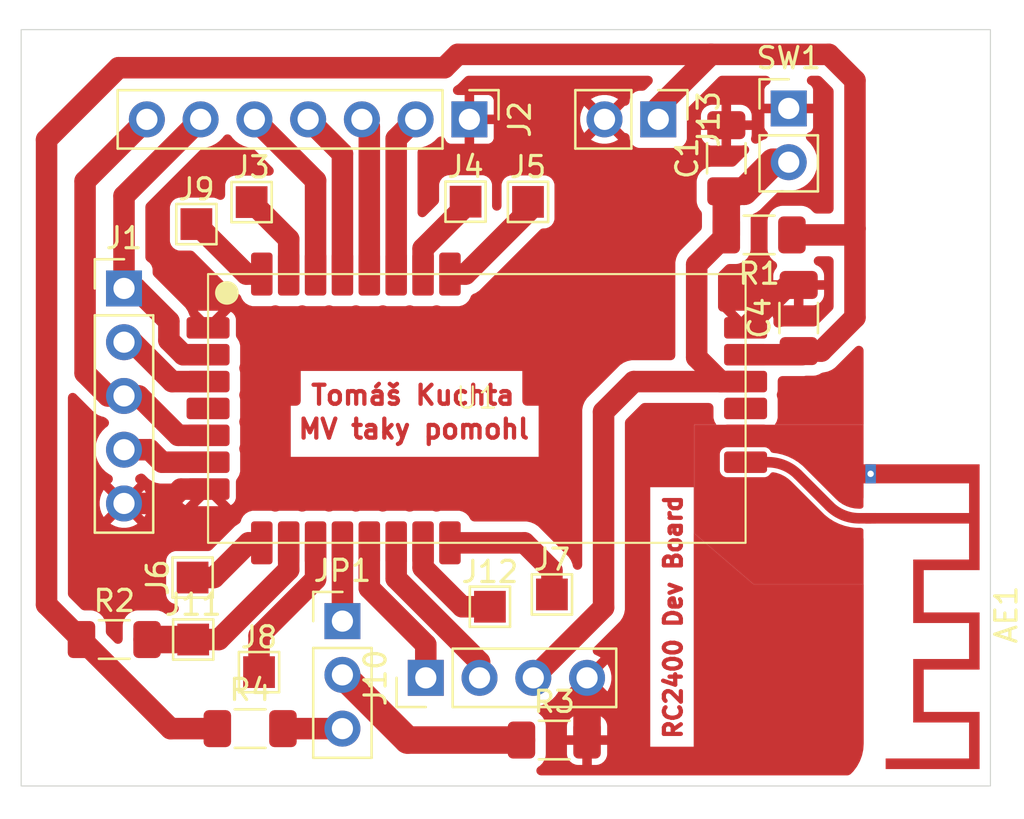
<source format=kicad_pcb>
(kicad_pcb (version 20241229) (generator "pcbnew") (generator_version "9.0")
  (layers (0 "F.Cu" signal) (2 "B.Cu" signal) (13 "F.Paste" user) (15 "B.Paste" user) (5 "F.SilkS" user "F.Silkscreen") (7 "B.SilkS" user "B.Silkscreen") (1 "F.Mask" user) (3 "B.Mask" user) (25 "Edge.Cuts" user))
  (net 0 "")
  (net 1 "GND")
  (net 2 "/RESET")
  (net 3 "Net-(J1-Pin_4)")
  (net 4 "Net-(J1-Pin_2)")
  (net 5 "Net-(J1-Pin_3)")
  (net 6 "Net-(J1-Pin_1)")
  (net 7 "Net-(J2-Pin_2)")
  (net 8 "Net-(J2-Pin_3)")
  (net 9 "Net-(J2-Pin_4)")
  (net 10 "Net-(J3-Pin_1)")
  (net 11 "Net-(J4-Pin_1)")
  (net 12 "Net-(J5-Pin_1)")
  (net 13 "Net-(J6-Pin_1)")
  (net 14 "Net-(J7-Pin_1)")
  (net 15 "Net-(J8-Pin_1)")
  (net 16 "Net-(J9-Pin_1)")
  (net 17 "Net-(AE1-FEED)")
  (net 18 "+3V3")
  (net 19 "/DC")
  (net 20 "/DD")
  (net 21 "Net-(J11-Pin_1)")
  (net 22 "Net-(J12-Pin_1)")
  (net 23 "Net-(JP1-C)")
  (net 24 "Net-(JP1-B)")
  (net 25 "Net-(JP1-A)")
  (net 28 "Net-(J2-Pin_5)")
  (footprint "Connector_PinHeader_2.54mm:PinHeader_1x02_P2.54mm_Vertical" (layer "F.Cu") (at 107.855 54.84 -90)
    (property "Reference" "J13" (at 0 -2.38 90) (layer "F.SilkS"))
    (property "Value" "Power")
    (fp_line (start -1.38 3.92) (end 1.38 3.92) (stroke (width 0.12)) (layer "F.SilkS"))
    (fp_line (start -1.38 1.27) (end -1.38 3.92) (stroke (width 0.12)) (layer "F.SilkS"))
    (fp_line (start -1.38 1.27) (end 1.38 1.27) (stroke (width 0.12)) (layer "F.SilkS"))
    (fp_line (start 1.38 1.27) (end 1.38 3.92) (stroke (width 0.12)) (layer "F.SilkS"))
    (fp_line (start -1.38 0) (end -1.38 -1.38) (stroke (width 0.12)) (layer "F.SilkS"))
    (fp_line (start -1.38 -1.38) (end 0 -1.38) (stroke (width 0.12)) (layer "F.SilkS"))
    (pad "1" thru_hole rect (at 0 0 270) (size 1.7 1.7) (drill 1) (layers "*.Cu" "*.Mask") (net 18 "+3V3"))
    (pad "2" thru_hole circle (at 0 2.54 270) (size 1.7 1.7) (drill 1) (layers "*.Cu" "*.Mask") (net 1 "GND"))
  )
  (footprint "Capacitor_SMD:C_1206_3216Metric_Pad1.33x1.80mm_HandSolder" (layer "F.Cu") (at 114.49 64.2275 90)
    (property "Reference" "C4" (at 0 -1.85 90) (layer "F.SilkS"))
    (property "Value" "27uF")
    (fp_line (start -0.711252 -0.91) (end 0.711252 -0.91) (stroke (width 0.12)) (layer "F.SilkS"))
    (fp_line (start -0.711252 0.91) (end 0.711252 0.91) (stroke (width 0.12)) (layer "F.SilkS"))
    (pad "1" smd roundrect (at -1.5625 0 90) (size 1.325 1.8) (layers "F.Cu" "F.Mask" "F.Paste") (roundrect_rratio 0.188679) (net 18 "+3V3"))
    (pad "2" smd roundrect (at 1.5625 0 90) (size 1.325 1.8) (layers "F.Cu" "F.Mask" "F.Paste") (roundrect_rratio 0.188679) (net 1 "GND"))
  )
  (footprint "Connector_PinHeader_2.54mm:PinHeader_1x04_P2.54mm_Vertical" (layer "F.Cu") (at 96.87 81.23 90)
    (property "Reference" "J10" (at 0 -2.38 90) (layer "F.SilkS"))
    (property "Value" "Programming")
    (fp_line (start -1.38 -1.38) (end 0 -1.38) (stroke (width 0.12)) (layer "F.SilkS"))
    (fp_line (start -1.38 0) (end -1.38 -1.38) (stroke (width 0.12)) (layer "F.SilkS"))
    (fp_line (start 1.38 1.27) (end 1.38 9) (stroke (width 0.12)) (layer "F.SilkS"))
    (fp_line (start -1.38 1.27) (end 1.38 1.27) (stroke (width 0.12)) (layer "F.SilkS"))
    (fp_line (start -1.38 1.27) (end -1.38 9) (stroke (width 0.12)) (layer "F.SilkS"))
    (fp_line (start -1.38 9) (end 1.38 9) (stroke (width 0.12)) (layer "F.SilkS"))
    (pad "1" thru_hole rect (at 0 0 90) (size 1.7 1.7) (drill 1) (layers "*.Cu" "*.Mask") (net 20 "/DD"))
    (pad "2" thru_hole circle (at 0 2.54 90) (size 1.7 1.7) (drill 1) (layers "*.Cu" "*.Mask") (net 19 "/DC"))
    (pad "3" thru_hole circle (at 0 5.08 90) (size 1.7 1.7) (drill 1) (layers "*.Cu" "*.Mask") (net 2 "/RESET"))
    (pad "4" thru_hole circle (at 0 7.62 90) (size 1.7 1.7) (drill 1) (layers "*.Cu" "*.Mask") (net 1 "GND"))
  )
  (footprint "Connector_PinHeader_2.54mm:PinHeader_1x05_P2.54mm_Vertical" (layer "F.Cu") (at 82.61 62.83)
    (property "Reference" "J1" (at 0 -2.38 0) (layer "F.SilkS"))
    (property "Value" "UART")
    (fp_line (start -1.38 -1.38) (end 0 -1.38) (stroke (width 0.12)) (layer "F.SilkS"))
    (fp_line (start -1.38 0) (end -1.38 -1.38) (stroke (width 0.12)) (layer "F.SilkS"))
    (fp_line (start -1.38 1.27) (end -1.38 11.54) (stroke (width 0.12)) (layer "F.SilkS"))
    (fp_line (start -1.38 1.27) (end 1.38 1.27) (stroke (width 0.12)) (layer "F.SilkS"))
    (fp_line (start -1.38 11.54) (end 1.38 11.54) (stroke (width 0.12)) (layer "F.SilkS"))
    (fp_line (start 1.38 1.27) (end 1.38 11.54) (stroke (width 0.12)) (layer "F.SilkS"))
    (pad "1" thru_hole rect (at 0 0) (size 1.7 1.7) (drill 1) (layers "*.Cu" "*.Mask") (net 6 "Net-(J1-Pin_1)"))
    (pad "2" thru_hole circle (at 0 2.54) (size 1.7 1.7) (drill 1) (layers "*.Cu" "*.Mask") (net 4 "Net-(J1-Pin_2)"))
    (pad "3" thru_hole circle (at 0 5.08) (size 1.7 1.7) (drill 1) (layers "*.Cu" "*.Mask") (net 5 "Net-(J1-Pin_3)"))
    (pad "4" thru_hole circle (at 0 7.62) (size 1.7 1.7) (drill 1) (layers "*.Cu" "*.Mask") (net 3 "Net-(J1-Pin_4)"))
    (pad "5" thru_hole circle (at 0 10.16) (size 1.7 1.7) (drill 1) (layers "*.Cu" "*.Mask") (net 1 "GND"))
  )
  (footprint "TestPoint:TestPoint_Pad_1.5x1.5mm" (layer "F.Cu") (at 102.83 77.29)
    (property "Reference" "J7" (at 0 -1.648 0) (layer "F.SilkS"))
    (property "Value" "EN")
    (fp_line (start -0.95 -0.95) (end 0.95 -0.95) (stroke (width 0.12)) (layer "F.SilkS"))
    (fp_line (start -0.95 0.95) (end -0.95 -0.95) (stroke (width 0.12)) (layer "F.SilkS"))
    (fp_line (start 0.95 -0.95) (end 0.95 0.95) (stroke (width 0.12)) (layer "F.SilkS"))
    (fp_line (start 0.95 0.95) (end -0.95 0.95) (stroke (width 0.12)) (layer "F.SilkS"))
    (pad "1" smd rect (at 0 0) (size 1.5 1.5) (layers "F.Cu" "F.Mask") (net 14 "Net-(J7-Pin_1)"))
  )
  (footprint "TestPoint:TestPoint_Pad_1.5x1.5mm" (layer "F.Cu") (at 99.9 77.87)
    (property "Reference" "J12" (at 0 -1.648 0) (layer "F.SilkS"))
    (property "Value" "P21 GPIO")
    (fp_line (start -0.95 -0.95) (end 0.95 -0.95) (stroke (width 0.12)) (layer "F.SilkS"))
    (fp_line (start -0.95 0.95) (end -0.95 -0.95) (stroke (width 0.12)) (layer "F.SilkS"))
    (fp_line (start 0.95 -0.95) (end 0.95 0.95) (stroke (width 0.12)) (layer "F.SilkS"))
    (fp_line (start 0.95 0.95) (end -0.95 0.95) (stroke (width 0.12)) (layer "F.SilkS"))
    (pad "1" smd rect (at 0 0) (size 1.5 1.5) (layers "F.Cu" "F.Mask") (net 22 "Net-(J12-Pin_1)"))
  )
  (footprint "Resistor_SMD:R_1206_3216Metric_Pad1.30x1.75mm_HandSolder" (layer "F.Cu") (at 82.15 79.42)
    (property "Reference" "R2" (at 0 -1.83 0) (layer "F.SilkS"))
    (property "Value" "10k")
    (fp_line (start -0.727064 -0.91) (end 0.727064 -0.91) (stroke (width 0.12)) (layer "F.SilkS"))
    (fp_line (start -0.727064 0.91) (end 0.727064 0.91) (stroke (width 0.12)) (layer "F.SilkS"))
    (pad "1" smd roundrect (at -1.55 0) (size 1.3 1.75) (layers "F.Cu" "F.Mask" "F.Paste") (roundrect_rratio 0.192308) (net 18 "+3V3"))
    (pad "2" smd roundrect (at 1.55 0) (size 1.3 1.75) (layers "F.Cu" "F.Mask" "F.Paste") (roundrect_rratio 0.192308) (net 21 "Net-(J11-Pin_1)"))
  )
  (footprint "TestPoint:TestPoint_Pad_1.5x1.5mm" (layer "F.Cu") (at 98.75 58.73)
    (property "Reference" "J4" (at 0 -1.648 0) (layer "F.SilkS"))
    (property "Value" "32kHz_Q2")
    (fp_line (start -0.95 -0.95) (end 0.95 -0.95) (stroke (width 0.12)) (layer "F.SilkS"))
    (fp_line (start -0.95 0.95) (end -0.95 -0.95) (stroke (width 0.12)) (layer "F.SilkS"))
    (fp_line (start 0.95 -0.95) (end 0.95 0.95) (stroke (width 0.12)) (layer "F.SilkS"))
    (fp_line (start 0.95 0.95) (end -0.95 0.95) (stroke (width 0.12)) (layer "F.SilkS"))
    (pad "1" smd rect (at 0 0) (size 1.5 1.5) (layers "F.Cu" "F.Mask") (net 11 "Net-(J4-Pin_1)"))
  )
  (footprint "TestPoint:TestPoint_Pad_1.5x1.5mm" (layer "F.Cu") (at 85.85 76.49 90)
    (property "Reference" "J6" (at 0 -1.648 90) (layer "F.SilkS"))
    (property "Value" "LNA_HG")
    (fp_line (start 0.95 -0.95) (end 0.95 0.95) (stroke (width 0.12)) (layer "F.SilkS"))
    (fp_line (start -0.95 -0.95) (end 0.95 -0.95) (stroke (width 0.12)) (layer "F.SilkS"))
    (fp_line (start 0.95 0.95) (end -0.95 0.95) (stroke (width 0.12)) (layer "F.SilkS"))
    (fp_line (start -0.95 0.95) (end -0.95 -0.95) (stroke (width 0.12)) (layer "F.SilkS"))
    (pad "1" smd rect (at 0 0 90) (size 1.5 1.5) (layers "F.Cu" "F.Mask") (net 13 "Net-(J6-Pin_1)"))
  )
  (footprint "Connector_PinHeader_2.54mm:PinHeader_1x02_P2.54mm_Vertical" (layer "F.Cu") (at 114.02 54.325)
    (property "Reference" "SW1" (at 0 -2.38 0) (layer "F.SilkS"))
    (property "Value" "SW_Push")
    (fp_line (start -1.38 -1.38) (end 0 -1.38) (stroke (width 0.12)) (layer "F.SilkS"))
    (fp_line (start -1.38 0) (end -1.38 -1.38) (stroke (width 0.12)) (layer "F.SilkS"))
    (fp_line (start -1.38 1.27) (end -1.38 3.92) (stroke (width 0.12)) (layer "F.SilkS"))
    (fp_line (start -1.38 1.27) (end 1.38 1.27) (stroke (width 0.12)) (layer "F.SilkS"))
    (fp_line (start -1.38 3.92) (end 1.38 3.92) (stroke (width 0.12)) (layer "F.SilkS"))
    (fp_line (start 1.38 1.27) (end 1.38 3.92) (stroke (width 0.12)) (layer "F.SilkS"))
    (pad "1" thru_hole rect (at 0 0) (size 1.7 1.7) (drill 1) (layers "*.Cu" "*.Mask") (net 1 "GND"))
    (pad "2" thru_hole circle (at 0 2.54) (size 1.7 1.7) (drill 1) (layers "*.Cu" "*.Mask") (net 2 "/RESET"))
  )
  (footprint "Resistor_SMD:R_1206_3216Metric_Pad1.30x1.75mm_HandSolder" (layer "F.Cu") (at 88.57 83.63)
    (property "Reference" "R4" (at 0 -1.83 0) (layer "F.SilkS"))
    (property "Value" "10k")
    (fp_line (start -0.727064 -0.91) (end 0.727064 -0.91) (stroke (width 0.12)) (layer "F.SilkS"))
    (fp_line (start -0.727064 0.91) (end 0.727064 0.91) (stroke (width 0.12)) (layer "F.SilkS"))
    (pad "1" smd roundrect (at -1.55 0) (size 1.3 1.75) (layers "F.Cu" "F.Mask" "F.Paste") (roundrect_rratio 0.192308) (net 18 "+3V3"))
    (pad "2" smd roundrect (at 1.55 0) (size 1.3 1.75) (layers "F.Cu" "F.Mask" "F.Paste") (roundrect_rratio 0.192308) (net 24 "Net-(JP1-B)"))
  )
  (footprint "Capacitor_SMD:C_1206_3216Metric_Pad1.33x1.80mm_HandSolder" (layer "F.Cu") (at 111.07 56.6775 90)
    (property "Reference" "C1" (at 0 -1.85 90) (layer "F.SilkS"))
    (property "Value" "1uF")
    (fp_line (start -0.711252 -0.91) (end 0.711252 -0.91) (stroke (width 0.12)) (layer "F.SilkS"))
    (fp_line (start -0.711252 0.91) (end 0.711252 0.91) (stroke (width 0.12)) (layer "F.SilkS"))
    (pad "1" smd roundrect (at -1.5625 0 90) (size 1.325 1.8) (layers "F.Cu" "F.Mask" "F.Paste") (roundrect_rratio 0.188679) (net 2 "/RESET"))
    (pad "2" smd roundrect (at 1.5625 0 90) (size 1.325 1.8) (layers "F.Cu" "F.Mask" "F.Paste") (roundrect_rratio 0.188679) (net 1 "GND"))
  )
  (footprint "TestPoint:TestPoint_Pad_1.5x1.5mm" (layer "F.Cu") (at 86.03 59.79)
    (property "Reference" "J9" (at 0 -1.648 0) (layer "F.SilkS"))
    (property "Value" "P17 GPIO")
    (fp_line (start -0.95 -0.95) (end 0.95 -0.95) (stroke (width 0.12)) (layer "F.SilkS"))
    (fp_line (start -0.95 0.95) (end -0.95 -0.95) (stroke (width 0.12)) (layer "F.SilkS"))
    (fp_line (start 0.95 -0.95) (end 0.95 0.95) (stroke (width 0.12)) (layer "F.SilkS"))
    (fp_line (start 0.95 0.95) (end -0.95 0.95) (stroke (width 0.12)) (layer "F.SilkS"))
    (pad "1" smd rect (at 0 0) (size 1.5 1.5) (layers "F.Cu" "F.Mask") (net 16 "Net-(J9-Pin_1)"))
  )
  (footprint "TestPoint:TestPoint_Pad_1.5x1.5mm" (layer "F.Cu") (at 88.64 58.75)
    (property "Reference" "J3" (at 0 -1.648 0) (layer "F.SilkS"))
    (property "Value" "PA_EN")
    (fp_line (start -0.95 -0.95) (end 0.95 -0.95) (stroke (width 0.12)) (layer "F.SilkS"))
    (fp_line (start -0.95 0.95) (end -0.95 -0.95) (stroke (width 0.12)) (layer "F.SilkS"))
    (fp_line (start 0.95 -0.95) (end 0.95 0.95) (stroke (width 0.12)) (layer "F.SilkS"))
    (fp_line (start 0.95 0.95) (end -0.95 0.95) (stroke (width 0.12)) (layer "F.SilkS"))
    (pad "1" smd rect (at 0 0) (size 1.5 1.5) (layers "F.Cu" "F.Mask") (net 10 "Net-(J3-Pin_1)"))
  )
  (footprint "TestPoint:TestPoint_Pad_1.5x1.5mm" (layer "F.Cu") (at 88.99 80.96)
    (property "Reference" "J8" (at 0 -1.648 0) (layer "F.SilkS"))
    (property "Value" "P17 GPIO")
    (fp_line (start -0.95 -0.95) (end 0.95 -0.95) (stroke (width 0.12)) (layer "F.SilkS"))
    (fp_line (start -0.95 0.95) (end -0.95 -0.95) (stroke (width 0.12)) (layer "F.SilkS"))
    (fp_line (start 0.95 -0.95) (end 0.95 0.95) (stroke (width 0.12)) (layer "F.SilkS"))
    (fp_line (start 0.95 0.95) (end -0.95 0.95) (stroke (width 0.12)) (layer "F.SilkS"))
    (pad "1" smd rect (at 0 0) (size 1.5 1.5) (layers "F.Cu" "F.Mask") (net 15 "Net-(J8-Pin_1)"))
  )
  (footprint "RF_Antenna:Texas_SWRA117D_2.4GHz_Right" (layer "F.Cu") (at 117.89 73.69 -90)
    (property "Reference" "AE1" (at 4.55 -6.41 270) (layer "F.SilkS"))
    (property "Value" "2.45Ghz Antenna")
    (fp_poly (pts (xy 2.45 -2.51) (xy 4.45 -2.51) (xy 4.45 -5.15) (xy 7.15 -5.15) (xy 7.15 -2.51) (xy 9.15 -2.51) (xy 9.15 -5.15) (xy 11.85 -5.15) (xy 11.85 -0.71) (xy 11.35 -0.71) (xy 11.35 -4.65) (xy 9.65 -4.65) (xy 9.65 -2.01) (xy 6.65 -2.01) (xy 6.65 -4.65) (xy 4.95 -4.65) (xy 4.95 -2.01) (xy 1.95 -2.01) (xy 1.95 -4.65) (xy 0.25 -4.65) (xy 0.25 0.25) (xy -0.25 0.25) (xy -0.25 -4.65) (xy -1.65 -4.65) (xy -1.65 0.25) (xy -2.55 0.25) (xy -2.55 0.006785) (xy -2.247583 0.006785) (xy -2.237742 0.054395) (xy -2.213674 0.096797) (xy -2.175731 0.129581) (xy -2.167819 0.133935) (xy -2.125156 0.146043) (xy -2.076637 0.1453) (xy -2.031122 0.1324) (xy -2.012511 0.121787) (xy -1.978868 0.086553) (xy -1.958309 0.041368) (xy -1.951778 -0.008158) (xy -1.960218 -0.056417) (xy -1.977112 -0.088643) (xy -2.012372 -0.121313) (xy -2.057682 -0.141408) (xy -2.107267 -0.147982) (xy -2.155353 -0.140092) (xy -2.188245 -0.123186) (xy -2.223185 -0.086416) (xy -2.242847 -0.041622) (xy -2.247583 0.006785) (xy -2.55 0.006785) (xy -2.55 -5.15) (xy 2.45 -5.15) (xy 2.45 -2.51)) (fill yes) (layer "F.Cu"))
    (pad "1" connect rect (at 0 0 270) (size 0.5 0.5) (layers "F.Cu") (net 17 "Net-(AE1-FEED)"))
    (pad "2" thru_hole rect (at -2.1 0 270) (size 0.9 0.5) (drill 0.3) (layers "*.Cu") (net 1 "GND"))
  )
  (footprint "TestPoint:TestPoint_Pad_1.5x1.5mm" (layer "F.Cu") (at 101.7 58.74)
    (property "Reference" "J5" (at 0 -1.648 0) (layer "F.SilkS"))
    (property "Value" "32kHz_Q1")
    (fp_line (start -0.95 -0.95) (end 0.95 -0.95) (stroke (width 0.12)) (layer "F.SilkS"))
    (fp_line (start -0.95 0.95) (end -0.95 -0.95) (stroke (width 0.12)) (layer "F.SilkS"))
    (fp_line (start 0.95 -0.95) (end 0.95 0.95) (stroke (width 0.12)) (layer "F.SilkS"))
    (fp_line (start 0.95 0.95) (end -0.95 0.95) (stroke (width 0.12)) (layer "F.SilkS"))
    (pad "1" smd rect (at 0 0) (size 1.5 1.5) (layers "F.Cu" "F.Mask") (net 12 "Net-(J5-Pin_1)"))
  )
  (footprint "RC2400:RC2400" (layer "F.Cu") (at 99.281 68.501)
    (property "Reference" "U1" (at 0 -0.5 0) (layer "F.SilkS") (effects (font (thickness 0.1))))
    (property "Value" "~")
    (fp_rect (start -12.7 -6.35) (end 12.7 6.35) (stroke (width 0.1)) (fill no) (layer "F.SilkS"))
    (fp_circle (center -11.811 -5.461) (end -11.303 -5.461) (stroke (width 0.1)) (fill yes) (layer "F.SilkS"))
    (pad "1" smd roundrect (at -12.7 -3.81) (size 2.032 1.016) (layers "F.Cu" "F.Mask" "F.Paste") (roundrect_rratio 0.15) (net 1 "GND"))
    (pad "2" smd roundrect (at -12.7 -2.54) (size 2.032 1.016) (layers "F.Cu" "F.Mask" "F.Paste") (roundrect_rratio 0.15) (net 6 "Net-(J1-Pin_1)"))
    (pad "3" smd roundrect (at -12.7 -1.27) (size 2.032 1.016) (layers "F.Cu" "F.Mask" "F.Paste") (roundrect_rratio 0.15) (net 4 "Net-(J1-Pin_2)"))
    (pad "4" smd roundrect (at -12.7 0) (size 2.032 1.016) (layers "F.Cu" "F.Mask" "F.Paste") (roundrect_rratio 0.15))
    (pad "5" smd roundrect (at -12.7 1.27) (size 2.032 1.016) (layers "F.Cu" "F.Mask" "F.Paste") (roundrect_rratio 0.15) (net 5 "Net-(J1-Pin_3)"))
    (pad "6" smd roundrect (at -12.7 2.54) (size 2.032 1.016) (layers "F.Cu" "F.Mask" "F.Paste") (roundrect_rratio 0.15) (net 3 "Net-(J1-Pin_4)"))
    (pad "7" smd roundrect (at -12.7 3.81) (size 2.032 1.016) (layers "F.Cu" "F.Mask" "F.Paste") (roundrect_rratio 0.15) (net 1 "GND"))
    (pad "8" smd roundrect (at 12.7 3.81) (size 2.032 1.016) (layers "F.Cu" "F.Mask" "F.Paste") (roundrect_rratio 0.15) (net 1 "GND"))
    (pad "9" smd roundrect (at 12.7 2.54) (size 2.032 1.016) (layers "F.Cu" "F.Mask" "F.Paste") (roundrect_rratio 0.15) (net 17 "Net-(AE1-FEED)"))
    (pad "10" smd roundrect (at 12.7 1.27) (size 2.032 1.016) (layers "F.Cu" "F.Mask" "F.Paste") (roundrect_rratio 0.15) (net 1 "GND"))
    (pad "11" smd roundrect (at 12.7 0) (size 2.032 1.016) (layers "F.Cu" "F.Mask" "F.Paste") (roundrect_rratio 0.15))
    (pad "12" smd roundrect (at 12.7 -1.27) (size 2.032 1.016) (layers "F.Cu" "F.Mask" "F.Paste") (roundrect_rratio 0.15) (net 2 "/RESET"))
    (pad "13" smd roundrect (at 12.7 -2.54) (size 2.032 1.016) (layers "F.Cu" "F.Mask" "F.Paste") (roundrect_rratio 0.15) (net 18 "+3V3"))
    (pad "14" smd roundrect (at 12.7 -3.81) (size 2.032 1.016) (layers "F.Cu" "F.Mask" "F.Paste") (roundrect_rratio 0.15) (net 1 "GND"))
    (pad "15" smd roundrect (at -10.16 6.35 90) (size 2.032 1.016) (layers "F.Cu" "F.Mask" "F.Paste") (roundrect_rratio 0.15) (net 13 "Net-(J6-Pin_1)"))
    (pad "16" smd roundrect (at -8.89 6.35 90) (size 2.032 1.016) (layers "F.Cu" "F.Mask" "F.Paste") (roundrect_rratio 0.15) (net 21 "Net-(J11-Pin_1)"))
    (pad "17" smd roundrect (at -7.62 6.35 90) (size 2.032 1.016) (layers "F.Cu" "F.Mask" "F.Paste") (roundrect_rratio 0.15) (net 15 "Net-(J8-Pin_1)"))
    (pad "18" smd roundrect (at -6.35 6.35 90) (size 2.032 1.016) (layers "F.Cu" "F.Mask" "F.Paste") (roundrect_rratio 0.15) (net 25 "Net-(JP1-A)"))
    (pad "19" smd roundrect (at -5.08 6.35 90) (size 2.032 1.016) (layers "F.Cu" "F.Mask" "F.Paste") (roundrect_rratio 0.15) (net 20 "/DD"))
    (pad "20" smd roundrect (at -3.81 6.35 90) (size 2.032 1.016) (layers "F.Cu" "F.Mask" "F.Paste") (roundrect_rratio 0.15) (net 19 "/DC"))
    (pad "21" smd roundrect (at -2.54 6.35 90) (size 2.032 1.016) (layers "F.Cu" "F.Mask" "F.Paste") (roundrect_rratio 0.15) (net 22 "Net-(J12-Pin_1)"))
    (pad "22" smd roundrect (at -1.27 6.35 90) (size 2.032 1.016) (layers "F.Cu" "F.Mask" "F.Paste") (roundrect_rratio 0.15) (net 14 "Net-(J7-Pin_1)"))
    (pad "23" smd roundrect (at -1.27 -6.35 90) (size 2.032 1.016) (layers "F.Cu" "F.Mask" "F.Paste") (roundrect_rratio 0.15) (net 12 "Net-(J5-Pin_1)"))
    (pad "24" smd roundrect (at -2.54 -6.35 90) (size 2.032 1.016) (layers "F.Cu" "F.Mask" "F.Paste") (roundrect_rratio 0.15) (net 11 "Net-(J4-Pin_1)"))
    (pad "25" smd roundrect (at -3.81 -6.35 90) (size 2.032 1.016) (layers "F.Cu" "F.Mask" "F.Paste") (roundrect_rratio 0.15) (net 7 "Net-(J2-Pin_2)"))
    (pad "26" smd roundrect (at -5.08 -6.35 90) (size 2.032 1.016) (layers "F.Cu" "F.Mask" "F.Paste") (roundrect_rratio 0.15) (net 8 "Net-(J2-Pin_3)"))
    (pad "27" smd roundrect (at -6.35 -6.35 90) (size 2.032 1.016) (layers "F.Cu" "F.Mask" "F.Paste") (roundrect_rratio 0.15) (net 9 "Net-(J2-Pin_4)"))
    (pad "28" smd roundrect (at -7.62 -6.35 90) (size 2.032 1.016) (layers "F.Cu" "F.Mask" "F.Paste") (roundrect_rratio 0.15) (net 28 "Net-(J2-Pin_5)"))
    (pad "29" smd roundrect (at -8.89 -6.35 90) (size 2.032 1.016) (layers "F.Cu" "F.Mask" "F.Paste") (roundrect_rratio 0.15) (net 10 "Net-(J3-Pin_1)"))
    (pad "30" smd roundrect (at -10.16 -6.35 90) (size 2.032 1.016) (layers "F.Cu" "F.Mask" "F.Paste") (roundrect_rratio 0.15) (net 16 "Net-(J9-Pin_1)"))
  )
  (footprint "TestPoint:TestPoint_Pad_1.5x1.5mm" (layer "F.Cu") (at 85.88 79.42)
    (property "Reference" "J11" (at 0 -1.648 0) (layer "F.SilkS"))
    (property "Value" "ZNM-CFG0")
    (fp_line (start -0.95 -0.95) (end 0.95 -0.95) (stroke (width 0.12)) (layer "F.SilkS"))
    (fp_line (start -0.95 0.95) (end -0.95 -0.95) (stroke (width 0.12)) (layer "F.SilkS"))
    (fp_line (start 0.95 -0.95) (end 0.95 0.95) (stroke (width 0.12)) (layer "F.SilkS"))
    (fp_line (start 0.95 0.95) (end -0.95 0.95) (stroke (width 0.12)) (layer "F.SilkS"))
    (pad "1" smd rect (at 0 0) (size 1.5 1.5) (layers "F.Cu" "F.Mask") (net 21 "Net-(J11-Pin_1)"))
  )
  (footprint "Resistor_SMD:R_1206_3216Metric_Pad1.30x1.75mm_HandSolder" (layer "F.Cu") (at 102.94 84.17 180)
    (property "Reference" "R3" (at 0 1.81 0) (layer "F.SilkS"))
    (property "Value" "10k")
    (fp_line (start -0.727064 0.91) (end 0.727064 0.91) (stroke (width 0.12)) (layer "F.SilkS"))
    (fp_line (start -0.727064 -0.91) (end 0.727064 -0.91) (stroke (width 0.12)) (layer "F.SilkS"))
    (pad "1" smd roundrect (at -1.55 0 180) (size 1.3 1.75) (layers "F.Cu" "F.Mask" "F.Paste") (roundrect_rratio 0.192308) (net 1 "GND"))
    (pad "2" smd roundrect (at 1.55 0 180) (size 1.3 1.75) (layers "F.Cu" "F.Mask" "F.Paste") (roundrect_rratio 0.192308) (net 23 "Net-(JP1-C)"))
  )
  (footprint "Resistor_SMD:R_1206_3216Metric_Pad1.30x1.75mm_HandSolder" (layer "F.Cu") (at 112.62 60.3 180)
    (property "Reference" "R1" (at 0 -1.83 0) (layer "F.SilkS"))
    (property "Value" "10k")
    (fp_line (start -0.727064 0.91) (end 0.727064 0.91) (stroke (width 0.12)) (layer "F.SilkS"))
    (fp_line (start -0.727064 -0.91) (end 0.727064 -0.91) (stroke (width 0.12)) (layer "F.SilkS"))
    (pad "1" smd roundrect (at -1.55 0 180) (size 1.3 1.75) (layers "F.Cu" "F.Mask" "F.Paste") (roundrect_rratio 0.192308) (net 18 "+3V3"))
    (pad "2" smd roundrect (at 1.55 0 180) (size 1.3 1.75) (layers "F.Cu" "F.Mask" "F.Paste") (roundrect_rratio 0.192308) (net 2 "/RESET"))
  )
  (footprint "Connector_PinHeader_2.54mm:PinHeader_1x07_P2.54mm_Vertical" (layer "F.Cu") (at 98.93 54.84 -90)
    (property "Reference" "J2" (at 0 -2.38 270) (layer "F.SilkS"))
    (property "Value" "SPI")
    (fp_line (start -1.38 16.62) (end 1.38 16.62) (stroke (width 0.12)) (layer "F.SilkS"))
    (fp_line (start -1.38 1.27) (end -1.38 16.62) (stroke (width 0.12)) (layer "F.SilkS"))
    (fp_line (start -1.38 1.27) (end 1.38 1.27) (stroke (width 0.12)) (layer "F.SilkS"))
    (fp_line (start 1.38 1.27) (end 1.38 16.62) (stroke (width 0.12)) (layer "F.SilkS"))
    (fp_line (start -1.38 0) (end -1.38 -1.38) (stroke (width 0.12)) (layer "F.SilkS"))
    (fp_line (start -1.38 -1.38) (end 0 -1.38) (stroke (width 0.12)) (layer "F.SilkS"))
    (pad "1" thru_hole rect (at 0 0 270) (size 1.7 1.7) (drill 1) (layers "*.Cu" "*.Mask") (net 1 "GND"))
    (pad "2" thru_hole circle (at 0 2.54 270) (size 1.7 1.7) (drill 1) (layers "*.Cu" "*.Mask") (net 7 "Net-(J2-Pin_2)"))
    (pad "3" thru_hole circle (at 0 5.08 270) (size 1.7 1.7) (drill 1) (layers "*.Cu" "*.Mask") (net 8 "Net-(J2-Pin_3)"))
    (pad "4" thru_hole circle (at 0 7.62 270) (size 1.7 1.7) (drill 1) (layers "*.Cu" "*.Mask") (net 9 "Net-(J2-Pin_4)"))
    (pad "5" thru_hole circle (at 0 10.16 270) (size 1.7 1.7) (drill 1) (layers "*.Cu" "*.Mask") (net 28 "Net-(J2-Pin_5)"))
    (pad "6" thru_hole circle (at 0 12.7 270) (size 1.7 1.7) (drill 1) (layers "*.Cu" "*.Mask") (net 6 "Net-(J1-Pin_1)"))
    (pad "7" thru_hole circle (at 0 15.24 270) (size 1.7 1.7) (drill 1) (layers "*.Cu" "*.Mask") (net 5 "Net-(J1-Pin_3)"))
  )
  (footprint "Connector_PinHeader_2.54mm:PinHeader_1x03_P2.54mm_Vertical" (layer "F.Cu") (at 92.93 78.55)
    (property "Reference" "JP1" (at 0 -2.38 0) (layer "F.SilkS"))
    (property "Value" "UART/SPI")
    (fp_line (start -1.38 -1.38) (end 0 -1.38) (stroke (width 0.12)) (layer "F.SilkS"))
    (fp_line (start -1.38 0) (end -1.38 -1.38) (stroke (width 0.12)) (layer "F.SilkS"))
    (fp_line (start -1.38 1.27) (end -1.38 6.46) (stroke (width 0.12)) (layer "F.SilkS"))
    (fp_line (start -1.38 1.27) (end 1.38 1.27) (stroke (width 0.12)) (layer "F.SilkS"))
    (fp_line (start -1.38 6.46) (end 1.38 6.46) (stroke (width 0.12)) (layer "F.SilkS"))
    (fp_line (start 1.38 1.27) (end 1.38 6.46) (stroke (width 0.12)) (layer "F.SilkS"))
    (pad "1" thru_hole rect (at 0 0) (size 1.7 1.7) (drill 1) (layers "*.Cu" "*.Mask") (net 25 "Net-(JP1-A)"))
    (pad "2" thru_hole circle (at 0 2.54) (size 1.7 1.7) (drill 1) (layers "*.Cu" "*.Mask") (net 23 "Net-(JP1-C)"))
    (pad "3" thru_hole circle (at 0 5.08) (size 1.7 1.7) (drill 1) (layers "*.Cu" "*.Mask") (net 24 "Net-(JP1-B)"))
  )
  (gr_rect (start 77.75 50.6) (end 123.55 86.34) (stroke (width 0.05)) (fill no) (layer "Edge.Cuts"))
  (gr_text "MV taky pomohl" (at 90.75 70 0) (layer "F.Cu") (effects (font (size 0.9 0.9) (thickness 0.2) (bold yes)) (justify left bottom)))
  (gr_text "RC2400 Dev Board" (at 109.03 84.2 90) (layer "F.Cu") (effects (font (size 0.8 0.8) (thickness 0.2) (bold yes)) (justify left bottom)))
  (gr_text "Tomáš Kuchta" (at 91.35 68.4 0) (layer "F.Cu") (effects (font (size 0.9 0.9) (thickness 0.2) (bold yes)) (justify left bottom)))
  (segment (start 117.34 71.59) (end 115.521 69.771) (width 0.9) (layer "F.Cu") (net 1))
  (segment (start 104.49 84.17) (end 104.49 81.23) (width 1.3) (layer "F.Cu") (net 1))
  (segment (start 114.007 62.665) (end 111.981 64.691) (width 1.016) (layer "F.Cu") (net 1))
  (segment (start 117.89 71.59) (end 117.34 71.59) (width 0.9) (layer "F.Cu") (net 1))
  (segment (start 85.299 72.311) (end 84.62 72.99) (width 1.016) (layer "F.Cu") (net 1))
  (segment (start 84.62 72.99) (end 82.61 72.99) (width 1.016) (layer "F.Cu") (net 1))
  (segment (start 114.49 62.665) (end 114.007 62.665) (width 1.016) (layer "F.Cu") (net 1))
  (segment (start 115.521 69.771) (end 111.981 69.771) (width 0.9) (layer "F.Cu") (net 1))
  (segment (start 86.581 72.311) (end 85.299 72.311) (width 1.016) (layer "F.Cu") (net 1))
  (segment (start 106.699 67.231) (end 111.981 67.231) (width 1.016) (layer "F.Cu") (net 2))
  (segment (start 101.95 81.23) (end 105.27 77.91) (width 1.016) (layer "F.Cu") (net 2))
  (segment (start 109.67 66.091626) (end 109.67 61.7) (width 1.016) (layer "F.Cu") (net 2))
  (segment (start 111.07 58.24) (end 111.91 58.24) (width 1.3) (layer "F.Cu") (net 2))
  (segment (start 111.07 60.3) (end 111.07 58.24) (width 1.3) (layer "F.Cu") (net 2))
  (segment (start 111.981 67.231) (end 110.809374 67.231) (width 1.016) (layer "F.Cu") (net 2))
  (segment (start 109.67 61.7) (end 111.07 60.3) (width 1.016) (layer "F.Cu") (net 2))
  (segment (start 105.27 68.66) (end 106.699 67.231) (width 1.016) (layer "F.Cu") (net 2))
  (segment (start 110.809374 67.231) (end 109.67 66.091626) (width 1.016) (layer "F.Cu") (net 2))
  (segment (start 111.91 58.24) (end 113.285 56.865) (width 1.3) (layer "F.Cu") (net 2))
  (segment (start 105.27 77.91) (end 105.27 68.66) (width 1.016) (layer "F.Cu") (net 2))
  (segment (start 113.285 56.865) (end 114.02 56.865) (width 1.3) (layer "F.Cu") (net 2))
  (segment (start 86.581 71.041) (end 84.411 71.041) (width 1.016) (layer "F.Cu") (net 3))
  (segment (start 83.82 70.45) (end 82.61 70.45) (width 1.016) (layer "F.Cu") (net 3))
  (segment (start 84.411 71.041) (end 83.82 70.45) (width 1.016) (layer "F.Cu") (net 3))
  (segment (start 86.581 67.231) (end 84.881 67.231) (width 1.016) (layer "F.Cu") (net 4))
  (segment (start 84.881 67.231) (end 83.02 65.37) (width 1.016) (layer "F.Cu") (net 4))
  (segment (start 83.02 65.37) (end 82.61 65.37) (width 1.016) (layer "F.Cu") (net 4))
  (segment (start 83.31 67.91) (end 82.61 67.91) (width 1.016) (layer "F.Cu") (net 5))
  (segment (start 86.581 69.771) (end 85.171 69.771) (width 1.016) (layer "F.Cu") (net 5))
  (segment (start 83.69 54.84) (end 80.77 57.76) (width 1.016) (layer "F.Cu") (net 5))
  (segment (start 80.77 66.83) (end 81.85 67.91) (width 1.016) (layer "F.Cu") (net 5))
  (segment (start 85.171 69.771) (end 83.31 67.91) (width 1.016) (layer "F.Cu") (net 5))
  (segment (start 81.85 67.91) (end 82.61 67.91) (width 1.016) (layer "F.Cu") (net 5))
  (segment (start 80.77 57.76) (end 80.77 66.83) (width 1.016) (layer "F.Cu") (net 5))
  (segment (start 86.581 65.961) (end 85.409374 65.961) (width 1.016) (layer "F.Cu") (net 6))
  (segment (start 84.73 64.38) (end 83.18 62.83) (width 1.016) (layer "F.Cu") (net 6))
  (segment (start 82.61 58.46) (end 82.61 62.83) (width 1.016) (layer "F.Cu") (net 6))
  (segment (start 85.409374 65.961) (end 84.73 65.281626) (width 1.016) (layer "F.Cu") (net 6))
  (segment (start 83.18 62.83) (end 82.61 62.83) (width 1.016) (layer "F.Cu") (net 6))
  (segment (start 84.73 65.281626) (end 84.73 64.38) (width 1.016) (layer "F.Cu") (net 6))
  (segment (start 86.23 54.84) (end 82.61 58.46) (width 1.016) (layer "F.Cu") (net 6))
  (segment (start 95.471 55.759) (end 95.471 62.151) (width 1.016) (layer "F.Cu") (net 7))
  (segment (start 96.39 54.84) (end 95.471 55.759) (width 1.016) (layer "F.Cu") (net 7))
  (segment (start 93.85 54.84) (end 94.201 55.191) (width 1.016) (layer "F.Cu") (net 8))
  (segment (start 94.201 55.191) (end 94.201 62.151) (width 1.016) (layer "F.Cu") (net 8))
  (segment (start 91.31 54.84) (end 92.931 56.461) (width 1.016) (layer "F.Cu") (net 9))
  (segment (start 92.931 56.461) (end 92.931 62.151) (width 1.016) (layer "F.Cu") (net 9))
  (segment (start 90.391 60.501) (end 88.64 58.75) (width 1.016) (layer "F.Cu") (net 10))
  (segment (start 90.391 62.151) (end 90.391 60.501) (width 1.016) (layer "F.Cu") (net 10))
  (segment (start 98.75 58.94) (end 96.741 60.949) (width 1.016) (layer "F.Cu") (net 11))
  (segment (start 98.75 58.73) (end 98.75 58.94) (width 1.016) (layer "F.Cu") (net 11))
  (segment (start 96.741 62.151) (end 96.741 60.949) (width 1.016) (layer "F.Cu") (net 11))
  (segment (start 98.011 62.151) (end 98.749 62.151) (width 1.016) (layer "F.Cu") (net 12))
  (segment (start 98.749 62.151) (end 101.7 59.2) (width 1.016) (layer "F.Cu") (net 12))
  (segment (start 101.7 59.2) (end 101.7 58.74) (width 1.016) (layer "F.Cu") (net 12))
  (segment (start 89.121 74.851) (end 88.499 74.851) (width 1.016) (layer "F.Cu") (net 13))
  (segment (start 88.499 74.851) (end 86.86 76.49) (width 1.016) (layer "F.Cu") (net 13))
  (segment (start 86.86 76.49) (end 85.85 76.49) (width 1.016) (layer "F.Cu") (net 13))
  (segment (start 102.83 77.29) (end 102.83 76.15) (width 1.016) (layer "F.Cu") (net 14))
  (segment (start 102.83 76.15) (end 101.531 74.851) (width 1.016) (layer "F.Cu") (net 14))
  (segment (start 98.011 74.851) (end 101.531 74.851) (width 1.016) (layer "F.Cu") (net 14))
  (segment (start 91.661 74.851) (end 91.661 76.569) (width 1.016) (layer "F.Cu") (net 15))
  (segment (start 88.99 79.24) (end 88.99 80.96) (width 1.016) (layer "F.Cu") (net 15))
  (segment (start 91.661 76.569) (end 88.99 79.24) (width 1.016) (layer "F.Cu") (net 15))
  (segment (start 89.121 62.151) (end 88.391 62.151) (width 1.016) (layer "F.Cu") (net 16))
  (segment (start 88.391 62.151) (end 86.03 59.79) (width 1.016) (layer "F.Cu") (net 16))
  (segment (start 111.982 71.04) (end 111.981 71.041) (width 0.5) (layer "F.Cu") (net 17))
  (segment (start 114.456787 71.626787) (end 115.934214 73.104214) (width 0.5) (layer "F.Cu") (net 17))
  (segment (start 111.981 71.041) (end 113.042573 71.041) (width 0.5) (layer "F.Cu") (net 17))
  (segment (start 117.348427 73.69) (end 117.89 73.69) (width 0.5) (layer "F.Cu") (net 17))
  (arc (start 114.456787 71.626787) (mid 113.80794 71.193241) (end 113.042573 71.041) (width 0.5) (layer "F.Cu") (net 17))
  (arc (start 115.934214 73.104214) (mid 116.58306 73.537759) (end 117.348427 73.69) (width 0.5) (layer "F.Cu") (net 17))
  (segment (start 115.92 51.77) (end 117.15 53) (width 1.016) (layer "F.Cu") (net 18))
  (segment (start 117.15 60) (end 117.15 64.2) (width 1.016) (layer "F.Cu") (net 18))
  (segment (start 116.85 60.3) (end 114.17 60.3) (width 1.016) (layer "F.Cu") (net 18))
  (segment (start 82.35 52.4) (end 97.75 52.4) (width 1.016) (layer "F.Cu") (net 18))
  (segment (start 84.81 83.63) (end 87.02 83.63) (width 1.016) (layer "F.Cu") (net 18))
  (segment (start 80.6 79.42) (end 84.81 83.63) (width 1.016) (layer "F.Cu") (net 18))
  (segment (start 107.855 54.84) (end 107.855 54.265) (width 0.9) (layer "F.Cu") (net 18))
  (segment (start 110.35 51.77) (end 107.855 54.265) (width 1.016) (layer "F.Cu") (net 18))
  (segment (start 78.95 55.8) (end 82.35 52.4) (width 1.016) (layer "F.Cu") (net 18))
  (segment (start 111.981 65.961) (end 114.6485 65.961) (width 1.016) (layer "F.Cu") (net 18))
  (segment (start 98.38 51.77) (end 110.35 51.77) (width 1.016) (layer "F.Cu") (net 18))
  (segment (start 78.95 77.77) (end 78.95 55.8) (width 1.016) (layer "F.Cu") (net 18))
  (segment (start 117.15 60) (end 116.85 60.3) (width 1.016) (layer "F.Cu") (net 18))
  (segment (start 117.15 64.2) (end 115.56 65.79) (width 1.016) (layer "F.Cu") (net 18))
  (segment (start 115.92 51.77) (end 110.35 51.77) (width 1.016) (layer "F.Cu") (net 18))
  (segment (start 115.56 65.79) (end 114.49 65.79) (width 1.016) (layer "F.Cu") (net 18))
  (segment (start 80.6 79.42) (end 78.95 77.77) (width 1.016) (layer "F.Cu") (net 18))
  (segment (start 97.75 52.4) (end 98.38 51.77) (width 1.016) (layer "F.Cu") (net 18))
  (segment (start 117.15 53) (end 117.15 60) (width 1.016) (layer "F.Cu") (net 18))
  (segment (start 95.471 74.851) (end 95.471 76.539902) (width 1.016) (layer "F.Cu") (net 19))
  (segment (start 99.41 80.478902) (end 99.41 81.23) (width 1.016) (layer "F.Cu") (net 19))
  (segment (start 95.471 76.539902) (end 99.41 80.478902) (width 1.016) (layer "F.Cu") (net 19))
  (segment (start 94.201 74.851) (end 94.201 76.991) (width 1.016) (layer "F.Cu") (net 20))
  (segment (start 94.201 76.991) (end 96.87 79.66) (width 1.016) (layer "F.Cu") (net 20))
  (segment (start 96.87 79.66) (end 96.87 81.23) (width 1.016) (layer "F.Cu") (net 20))
  (segment (start 85.89 79.43) (end 85.88 79.42) (width 1.3) (layer "F.Cu") (net 21))
  (segment (start 87.088902 79.42) (end 85.88 79.42) (width 1.016) (layer "F.Cu") (net 21))
  (segment (start 90.391 76.117902) (end 87.088902 79.42) (width 1.016) (layer "F.Cu") (net 21))
  (segment (start 85.88 79.42) (end 83.7 79.42) (width 1.3) (layer "F.Cu") (net 21))
  (segment (start 90.391 74.851) (end 90.391 76.117902) (width 1.016) (layer "F.Cu") (net 21))
  (segment (start 96.741 76.022626) (end 98.588374 77.87) (width 1.016) (layer "F.Cu") (net 22))
  (segment (start 96.741 74.851) (end 96.741 76.022626) (width 1.016) (layer "F.Cu") (net 22))
  (segment (start 98.588374 77.87) (end 99.9 77.87) (width 1.016) (layer "F.Cu") (net 22))
  (segment (start 96.01 84.17) (end 101.39 84.17) (width 1.3) (layer "F.Cu") (net 23))
  (segment (start 92.93 81.09) (end 96.01 84.17) (width 1.3) (layer "F.Cu") (net 23))
  (segment (start 90.12 83.63) (end 92.93 83.63) (width 1.016) (layer "F.Cu") (net 24))
  (segment (start 92.931 78.549) (end 92.93 78.55) (width 1.016) (layer "F.Cu") (net 25))
  (segment (start 92.931 74.851) (end 92.931 78.549) (width 1.016) (layer "F.Cu") (net 25))
  (segment (start 88.77 54.84) (end 91.661 57.731) (width 1.016) (layer "F.Cu") (net 28))
  (segment (start 91.661 57.731) (end 91.661 62.151) (width 1.016) (layer "F.Cu") (net 28))
  (zone (net 1) (net_name "GND") (layer "F.Cu") (connect_pads (clearance 0.5)) (min_thickness 0.45) (fill yes (thermal_gap 0.3) (thermal_bridge_width 0.45) (smoothing fillet) (radius 2))
    (polygon (pts (xy 117.564713 87.27) (xy 76.75 87.27) (xy 76.75 49.2) (xy 117.550873 49.2)))
  )
  (zone (net 1) (net_name "GND") (layer "F.Cu") (priority 1) (connect_pads yes (clearance 0.1287)) (min_thickness 0.3) (fill yes (thermal_gap 0.2) (thermal_bridge_width 0.6))
    (polygon (pts (xy 109.55 69.269373) (xy 117.55 69.269373) (xy 117.55 76.8) (xy 112.35 76.8) (xy 109.55 74.4)))
  )
)
</source>
